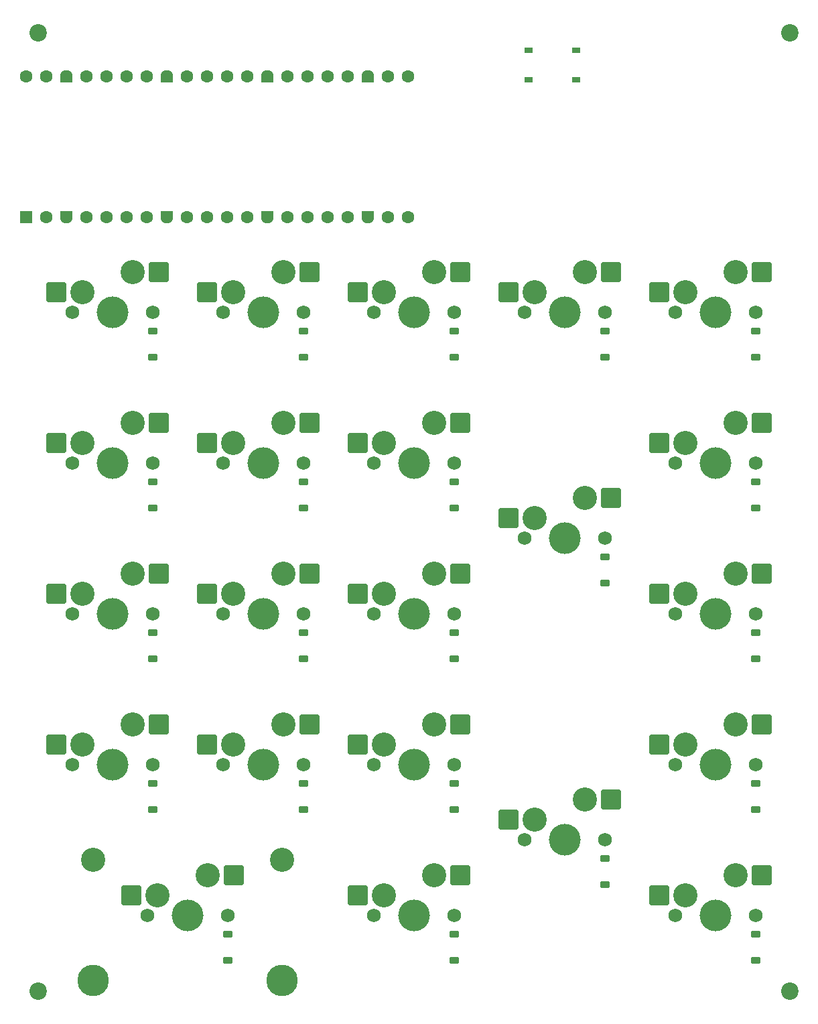
<source format=gbs>
%TF.GenerationSoftware,KiCad,Pcbnew,9.0.6*%
%TF.CreationDate,2025-11-16T09:10:11-08:00*%
%TF.ProjectId,MacroPad,4d616372-6f50-4616-942e-6b696361645f,rev?*%
%TF.SameCoordinates,Original*%
%TF.FileFunction,Soldermask,Bot*%
%TF.FilePolarity,Negative*%
%FSLAX46Y46*%
G04 Gerber Fmt 4.6, Leading zero omitted, Abs format (unit mm)*
G04 Created by KiCad (PCBNEW 9.0.6) date 2025-11-16 09:10:11*
%MOMM*%
%LPD*%
G01*
G04 APERTURE LIST*
G04 Aperture macros list*
%AMRoundRect*
0 Rectangle with rounded corners*
0 $1 Rounding radius*
0 $2 $3 $4 $5 $6 $7 $8 $9 X,Y pos of 4 corners*
0 Add a 4 corners polygon primitive as box body*
4,1,4,$2,$3,$4,$5,$6,$7,$8,$9,$2,$3,0*
0 Add four circle primitives for the rounded corners*
1,1,$1+$1,$2,$3*
1,1,$1+$1,$4,$5*
1,1,$1+$1,$6,$7*
1,1,$1+$1,$8,$9*
0 Add four rect primitives between the rounded corners*
20,1,$1+$1,$2,$3,$4,$5,0*
20,1,$1+$1,$4,$5,$6,$7,0*
20,1,$1+$1,$6,$7,$8,$9,0*
20,1,$1+$1,$8,$9,$2,$3,0*%
%AMFreePoly0*
4,1,37,0.000000,0.796148,0.078414,0.796148,0.232228,0.765552,0.377117,0.705537,0.507515,0.618408,0.618408,0.507515,0.705537,0.377117,0.765552,0.232228,0.796148,0.078414,0.796148,-0.078414,0.765552,-0.232228,0.705537,-0.377117,0.618408,-0.507515,0.507515,-0.618408,0.377117,-0.705537,0.232228,-0.765552,0.078414,-0.796148,0.000000,-0.796148,0.000000,-0.800000,-0.600000,-0.800000,
-0.603843,-0.796157,-0.639018,-0.796157,-0.711114,-0.766294,-0.766294,-0.711114,-0.796157,-0.639018,-0.796157,-0.603843,-0.800000,-0.600000,-0.800000,0.600000,-0.796157,0.603843,-0.796157,0.639018,-0.766294,0.711114,-0.711114,0.766294,-0.639018,0.796157,-0.603843,0.796157,-0.600000,0.800000,0.000000,0.800000,0.000000,0.796148,0.000000,0.796148,$1*%
%AMFreePoly1*
4,1,37,0.603843,0.796157,0.639018,0.796157,0.711114,0.766294,0.766294,0.711114,0.796157,0.639018,0.796157,0.603843,0.800000,0.600000,0.800000,-0.600000,0.796157,-0.603843,0.796157,-0.639018,0.766294,-0.711114,0.711114,-0.766294,0.639018,-0.796157,0.603843,-0.796157,0.600000,-0.800000,0.000000,-0.800000,0.000000,-0.796148,-0.078414,-0.796148,-0.232228,-0.765552,-0.377117,-0.705537,
-0.507515,-0.618408,-0.618408,-0.507515,-0.705537,-0.377117,-0.765552,-0.232228,-0.796148,-0.078414,-0.796148,0.078414,-0.765552,0.232228,-0.705537,0.377117,-0.618408,0.507515,-0.507515,0.618408,-0.377117,0.705537,-0.232228,0.765552,-0.078414,0.796148,0.000000,0.796148,0.000000,0.800000,0.600000,0.800000,0.603843,0.796157,0.603843,0.796157,$1*%
G04 Aperture macros list end*
%ADD10C,1.750000*%
%ADD11C,3.050000*%
%ADD12C,4.000000*%
%ADD13RoundRect,0.250000X-1.025000X-1.000000X1.025000X-1.000000X1.025000X1.000000X-1.025000X1.000000X0*%
%ADD14C,3.048000*%
%ADD15C,3.987800*%
%ADD16C,2.200000*%
%ADD17C,1.600000*%
%ADD18FreePoly0,90.000000*%
%ADD19FreePoly1,90.000000*%
%ADD20RoundRect,0.200000X0.600000X-0.600000X0.600000X0.600000X-0.600000X0.600000X-0.600000X-0.600000X0*%
%ADD21RoundRect,0.225000X0.375000X-0.225000X0.375000X0.225000X-0.375000X0.225000X-0.375000X-0.225000X0*%
%ADD22R,1.000000X0.750000*%
G04 APERTURE END LIST*
D10*
%TO.C,SW16*%
X73315000Y-138400000D03*
D11*
X74585000Y-135860000D03*
D12*
X78395000Y-138400000D03*
D11*
X80935000Y-133320000D03*
D10*
X83475000Y-138400000D03*
D13*
X71310000Y-135860000D03*
X84237000Y-133320000D03*
%TD*%
D14*
%TO.C,ST19*%
X56932000Y-150465000D03*
D15*
X56932000Y-165675000D03*
D14*
X80808000Y-150465000D03*
D15*
X80808000Y-165675000D03*
%TD*%
D10*
%TO.C,SW6*%
X54265000Y-100300000D03*
D11*
X55535000Y-97760000D03*
D12*
X59345000Y-100300000D03*
D11*
X61885000Y-95220000D03*
D10*
X64425000Y-100300000D03*
D13*
X52260000Y-97760000D03*
X65187000Y-95220000D03*
%TD*%
D16*
%TO.C,REF\u002A\u002A*%
X145000000Y-46000000D03*
%TD*%
D10*
%TO.C,SW15*%
X54265000Y-138400000D03*
D11*
X55535000Y-135860000D03*
D12*
X59345000Y-138400000D03*
D11*
X61885000Y-133320000D03*
D10*
X64425000Y-138400000D03*
D13*
X52260000Y-135860000D03*
X65187000Y-133320000D03*
%TD*%
D10*
%TO.C,SW1*%
X54265000Y-81250000D03*
D11*
X55535000Y-78710000D03*
D12*
X59345000Y-81250000D03*
D11*
X61885000Y-76170000D03*
D10*
X64425000Y-81250000D03*
D13*
X52260000Y-78710000D03*
X65187000Y-76170000D03*
%TD*%
D10*
%TO.C,SW12*%
X92365000Y-119350000D03*
D11*
X93635000Y-116810000D03*
D12*
X97445000Y-119350000D03*
D11*
X99985000Y-114270000D03*
D10*
X102525000Y-119350000D03*
D13*
X90360000Y-116810000D03*
X103287000Y-114270000D03*
%TD*%
D10*
%TO.C,SW21*%
X111415000Y-147925000D03*
D11*
X112685000Y-145385000D03*
D12*
X116495000Y-147925000D03*
D11*
X119035000Y-142845000D03*
D10*
X121575000Y-147925000D03*
D13*
X109410000Y-145385000D03*
X122337000Y-142845000D03*
%TD*%
D10*
%TO.C,SW18*%
X130465000Y-138400000D03*
D11*
X131735000Y-135860000D03*
D12*
X135545000Y-138400000D03*
D11*
X138085000Y-133320000D03*
D10*
X140625000Y-138400000D03*
D13*
X128460000Y-135860000D03*
X141387000Y-133320000D03*
%TD*%
D10*
%TO.C,SW2*%
X73315000Y-81250000D03*
D11*
X74585000Y-78710000D03*
D12*
X78395000Y-81250000D03*
D11*
X80935000Y-76170000D03*
D10*
X83475000Y-81250000D03*
D13*
X71310000Y-78710000D03*
X84237000Y-76170000D03*
%TD*%
D16*
%TO.C,REF\u002A\u002A*%
X145000000Y-167000000D03*
%TD*%
D10*
%TO.C,SW19*%
X63790000Y-157450000D03*
D11*
X65060000Y-154910000D03*
D12*
X68870000Y-157450000D03*
D11*
X71410000Y-152370000D03*
D10*
X73950000Y-157450000D03*
D13*
X61785000Y-154910000D03*
X74712000Y-152370000D03*
%TD*%
D16*
%TO.C,REF\u002A\u002A*%
X50000000Y-46000000D03*
%TD*%
D10*
%TO.C,SW17*%
X92365000Y-138400000D03*
D11*
X93635000Y-135860000D03*
D12*
X97445000Y-138400000D03*
D11*
X99985000Y-133320000D03*
D10*
X102525000Y-138400000D03*
D13*
X90360000Y-135860000D03*
X103287000Y-133320000D03*
%TD*%
D10*
%TO.C,SW5*%
X130465000Y-81250000D03*
D11*
X131735000Y-78710000D03*
D12*
X135545000Y-81250000D03*
D11*
X138085000Y-76170000D03*
D10*
X140625000Y-81250000D03*
D13*
X128460000Y-78710000D03*
X141387000Y-76170000D03*
%TD*%
D10*
%TO.C,SW11*%
X73315000Y-119350000D03*
D11*
X74585000Y-116810000D03*
D12*
X78395000Y-119350000D03*
D11*
X80935000Y-114270000D03*
D10*
X83475000Y-119350000D03*
D13*
X71310000Y-116810000D03*
X84237000Y-114270000D03*
%TD*%
D10*
%TO.C,SW7*%
X73315000Y-100300000D03*
D11*
X74585000Y-97760000D03*
D12*
X78395000Y-100300000D03*
D11*
X80935000Y-95220000D03*
D10*
X83475000Y-100300000D03*
D13*
X71310000Y-97760000D03*
X84237000Y-95220000D03*
%TD*%
D17*
%TO.C,REF\u002A\u002A*%
X96680000Y-51470000D03*
X94140000Y-51470000D03*
D18*
X91600000Y-51470000D03*
D17*
X89060000Y-51470000D03*
X86520000Y-51470000D03*
X83980000Y-51470000D03*
X81440000Y-51470000D03*
D18*
X78900000Y-51470000D03*
D17*
X76360000Y-51470000D03*
X71280000Y-51470000D03*
X68740000Y-51470000D03*
D18*
X66200000Y-51470000D03*
D17*
X63660000Y-51470000D03*
X61120000Y-51470000D03*
X58580000Y-51470000D03*
X56040000Y-51470000D03*
D18*
X53500000Y-51470000D03*
D17*
X50960000Y-51470000D03*
X48420000Y-51470000D03*
D19*
X53500000Y-69250000D03*
X66200000Y-69250000D03*
X78900000Y-69250000D03*
X91600000Y-69250000D03*
D20*
X48420000Y-69250000D03*
D17*
X50960000Y-69250000D03*
X56040000Y-69250000D03*
X58580000Y-69250000D03*
X61120000Y-69250000D03*
X63660000Y-69250000D03*
X68740000Y-69250000D03*
X71280000Y-69250000D03*
X73820000Y-69250000D03*
X76360000Y-69250000D03*
X81440000Y-69250000D03*
X83980000Y-69250000D03*
X86520000Y-69250000D03*
X89060000Y-69250000D03*
X94140000Y-69250000D03*
X96680000Y-69250000D03*
X73820000Y-51470000D03*
%TD*%
D10*
%TO.C,SW4*%
X111415000Y-81250000D03*
D11*
X112685000Y-78710000D03*
D12*
X116495000Y-81250000D03*
D11*
X119035000Y-76170000D03*
D10*
X121575000Y-81250000D03*
D13*
X109410000Y-78710000D03*
X122337000Y-76170000D03*
%TD*%
D10*
%TO.C,SW10*%
X54265000Y-119350000D03*
D11*
X55535000Y-116810000D03*
D12*
X59345000Y-119350000D03*
D11*
X61885000Y-114270000D03*
D10*
X64425000Y-119350000D03*
D13*
X52260000Y-116810000D03*
X65187000Y-114270000D03*
%TD*%
D10*
%TO.C,SW14*%
X130465000Y-119350000D03*
D11*
X131735000Y-116810000D03*
D12*
X135545000Y-119350000D03*
D11*
X138085000Y-114270000D03*
D10*
X140625000Y-119350000D03*
D13*
X128460000Y-116810000D03*
X141387000Y-114270000D03*
%TD*%
D10*
%TO.C,SW13*%
X111415000Y-109825000D03*
D11*
X112685000Y-107285000D03*
D12*
X116495000Y-109825000D03*
D11*
X119035000Y-104745000D03*
D10*
X121575000Y-109825000D03*
D13*
X109410000Y-107285000D03*
X122337000Y-104745000D03*
%TD*%
D10*
%TO.C,SW3*%
X92365000Y-81250000D03*
D11*
X93635000Y-78710000D03*
D12*
X97445000Y-81250000D03*
D11*
X99985000Y-76170000D03*
D10*
X102525000Y-81250000D03*
D13*
X90360000Y-78710000D03*
X103287000Y-76170000D03*
%TD*%
D10*
%TO.C,SW20*%
X92365000Y-157450000D03*
D11*
X93635000Y-154910000D03*
D12*
X97445000Y-157450000D03*
D11*
X99985000Y-152370000D03*
D10*
X102525000Y-157450000D03*
D13*
X90360000Y-154910000D03*
X103287000Y-152370000D03*
%TD*%
D10*
%TO.C,SW8*%
X92365000Y-100300000D03*
D11*
X93635000Y-97760000D03*
D12*
X97445000Y-100300000D03*
D11*
X99985000Y-95220000D03*
D10*
X102525000Y-100300000D03*
D13*
X90360000Y-97760000D03*
X103287000Y-95220000D03*
%TD*%
D10*
%TO.C,SW22*%
X130465000Y-157450000D03*
D11*
X131735000Y-154910000D03*
D12*
X135545000Y-157450000D03*
D11*
X138085000Y-152370000D03*
D10*
X140625000Y-157450000D03*
D13*
X128460000Y-154910000D03*
X141387000Y-152370000D03*
%TD*%
D16*
%TO.C,REF\u002A\u002A*%
X50000000Y-167000000D03*
%TD*%
D10*
%TO.C,SW9*%
X130465000Y-100300000D03*
D11*
X131735000Y-97760000D03*
D12*
X135545000Y-100300000D03*
D11*
X138085000Y-95220000D03*
D10*
X140625000Y-100300000D03*
D13*
X128460000Y-97760000D03*
X141387000Y-95220000D03*
%TD*%
D21*
%TO.C,D19*%
X73950000Y-163100000D03*
X73950000Y-159800000D03*
%TD*%
%TO.C,D12*%
X102525000Y-125000000D03*
X102525000Y-121700000D03*
%TD*%
%TO.C,D3*%
X102525000Y-86900000D03*
X102525000Y-83600000D03*
%TD*%
%TO.C,D21*%
X121575000Y-153575000D03*
X121575000Y-150275000D03*
%TD*%
%TO.C,D9*%
X140625000Y-105950000D03*
X140625000Y-102650000D03*
%TD*%
%TO.C,D5*%
X140625000Y-86900000D03*
X140625000Y-83600000D03*
%TD*%
%TO.C,D14*%
X140625000Y-125000000D03*
X140625000Y-121700000D03*
%TD*%
%TO.C,D15*%
X64425000Y-144050000D03*
X64425000Y-140750000D03*
%TD*%
%TO.C,D6*%
X64425000Y-105950000D03*
X64425000Y-102650000D03*
%TD*%
D22*
%TO.C,SWR*%
X118000000Y-48125000D03*
X112000000Y-48125000D03*
X118000000Y-51875000D03*
X112000000Y-51875000D03*
%TD*%
D21*
%TO.C,D11*%
X83475000Y-125000000D03*
X83475000Y-121700000D03*
%TD*%
%TO.C,D2*%
X83475000Y-86900000D03*
X83475000Y-83600000D03*
%TD*%
%TO.C,D1*%
X64425000Y-86900000D03*
X64425000Y-83600000D03*
%TD*%
%TO.C,D4*%
X121575000Y-86900000D03*
X121575000Y-83600000D03*
%TD*%
%TO.C,D13*%
X121575000Y-115475000D03*
X121575000Y-112175000D03*
%TD*%
%TO.C,D10*%
X64425000Y-125000000D03*
X64425000Y-121700000D03*
%TD*%
%TO.C,D17*%
X102525000Y-144050000D03*
X102525000Y-140750000D03*
%TD*%
%TO.C,D18*%
X140625000Y-144050000D03*
X140625000Y-140750000D03*
%TD*%
%TO.C,D7*%
X83475000Y-105950000D03*
X83475000Y-102650000D03*
%TD*%
%TO.C,D8*%
X102525000Y-105950000D03*
X102525000Y-102650000D03*
%TD*%
%TO.C,D22*%
X140625000Y-163100000D03*
X140625000Y-159800000D03*
%TD*%
%TO.C,D20*%
X102525000Y-163100000D03*
X102525000Y-159800000D03*
%TD*%
%TO.C,D16*%
X83475000Y-144050000D03*
X83475000Y-140750000D03*
%TD*%
M02*

</source>
